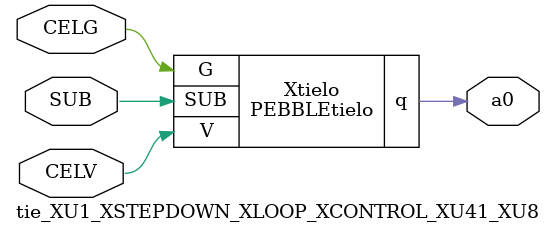
<source format=v>



module PEBBLEtielo ( q, G, SUB, V );

  input V;
  output q;
  input G;
  input SUB;
endmodule

//Celera Confidential Do Not Copy tie_XU1_XSTEPDOWN_XLOOP_XCONTROL_XU41_XU8
//Celera Confidential Symbol Generator
//TIE
module tie_XU1_XSTEPDOWN_XLOOP_XCONTROL_XU41_XU8 (CELV,CELG,a0,SUB);
input CELV;
input CELG;
output a0;
input SUB;

//Celera Confidential Do Not Copy tie
PEBBLEtielo Xtielo(
.V (CELV),
.q (a0),
.SUB (SUB),
.G (CELG)
);
//,diesize,PEBBLEtielo

//Celera Confidential Do Not Copy Module End
//Celera Schematic Generator
endmodule

</source>
